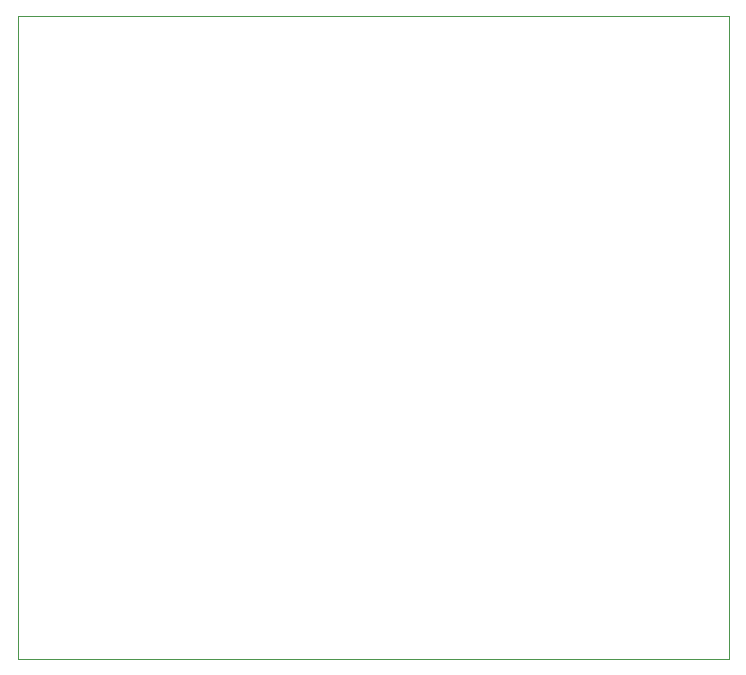
<source format=gbr>
G04 #@! TF.GenerationSoftware,KiCad,Pcbnew,5.1.5+dfsg1-2build2*
G04 #@! TF.CreationDate,2021-09-08T22:35:55-05:00*
G04 #@! TF.ProjectId,ETH_HUB_PLATE_SLIM,4554485f-4855-4425-9f50-4c4154455f53,rev?*
G04 #@! TF.SameCoordinates,Original*
G04 #@! TF.FileFunction,Profile,NP*
%FSLAX46Y46*%
G04 Gerber Fmt 4.6, Leading zero omitted, Abs format (unit mm)*
G04 Created by KiCad (PCBNEW 5.1.5+dfsg1-2build2) date 2021-09-08 22:35:55*
%MOMM*%
%LPD*%
G04 APERTURE LIST*
%ADD10C,0.050000*%
G04 APERTURE END LIST*
D10*
X100000000Y-154400000D02*
X160150000Y-154400000D01*
X160150000Y-100000000D02*
X160150000Y-154400000D01*
X100000000Y-100000000D02*
X160150000Y-100000000D01*
X100000000Y-100000000D02*
X100000000Y-154400000D01*
M02*

</source>
